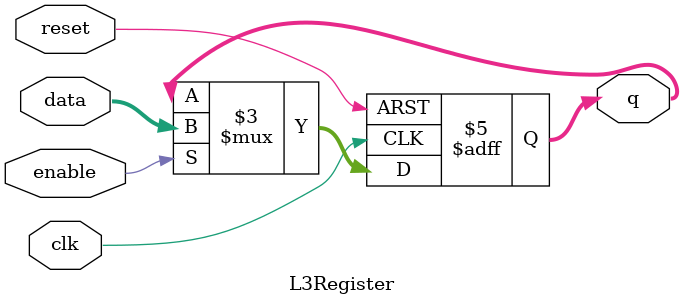
<source format=v>
module L3Register (q, data, clk, reset, enable);
	input [31:0] data ;
	input clk, reset, enable; 
	output  reg [31:0] q; 
	//-------------Code Starts Here--------- 
	always @ ( posedge clk or posedge reset) 
		if (reset==1'b1) begin 
			q <= 32'h00000000; 
		end 
		else if (enable) begin 
			q <= data; 
		end
endmodule

</source>
